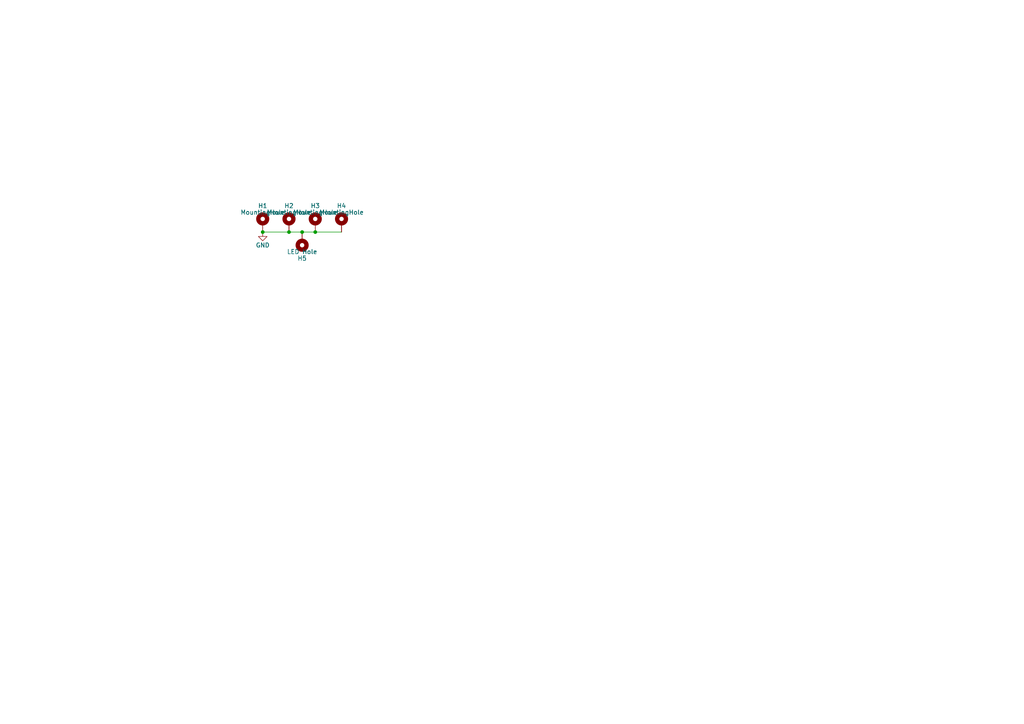
<source format=kicad_sch>
(kicad_sch (version 20250114) (generator "eeschema") (generator_version "9.0")
  (paper "A4")
  (lib_symbols
    (symbol "Mechanical:MountingHole_Pad" (pin_numbers (hide yes)) (pin_names (offset 1.016) (hide yes)) (in_bom no)
      (property "Reference" "H" (at 0 6.35 0))
      (property "Value" "MountingHole_Pad" (at 0 4.445 0))
      (symbol "MountingHole_Pad_0_1"
        (circle (center 0 1.27) (radius 1.27) (stroke (width 1.27)))
      )
      (symbol "MountingHole_Pad_1_1"
        (pin input line (at 0 -2.54 90) (length 2.54) (name "1") (number "1"))
      )
    )
    (symbol "power:GND" (power) (pin_numbers (hide yes)) (pin_names (offset 0) (hide yes))
      (property "Value" "GND" (at 0 -3.81 0))
      (symbol "GND_0_1"
        (polyline (pts (xy 0 0) (xy 0 -1.27) (xy 1.27 -1.27) (xy 0 -2.54) (xy -1.27 -1.27) (xy 0 -1.27)))
      )
      (symbol "GND_1_1"
        (pin power_in line (at 0 0 270) (length 0) (name "~") (number "1"))
      )
    )
  )
  (junction (at 83.82 67.31))
  (junction (at 87.63 67.31))
  (junction (at 76.2 67.31))
  (junction (at 91.44 67.31))
  (wire (pts (xy 87.63 67.31) (xy 91.44 67.31)))
  (wire (pts (xy 76.2 67.31) (xy 83.82 67.31)))
  (wire (pts (xy 91.44 67.31) (xy 99.06 67.31)))
  (wire (pts (xy 83.82 67.31) (xy 87.63 67.31)))
  (symbol (lib_id "Mechanical:MountingHole_Pad") (at 91.44 64.77 0) (unit 1) (in_bom no)
    (property "Reference" "H3" (at 91.44 59.69 0))
    (property "Value" "MountingHole" (at 91.44 61.595 0))
    (property "Footprint" "MountingHole:MountingHole_2.2mm_M2_DIN965_Pad" (effects (hide yes)))
    (property "Description" "Mounting Hole with connection" (effects (hide yes)))
  )
  (symbol (lib_id "power:GND") (at 76.2 67.31 0) (unit 1)
    (property "Reference" "#PWR01" (effects (hide yes)))
    (property "Value" "GND" (at 76.2 71.12 0))
    (property "Description" "Power symbol creates a global label with name \"GND\" , ground" (effects (hide yes)))
  )
  (symbol (lib_id "Mechanical:MountingHole_Pad") (at 87.63 69.85 180) (unit 1) (in_bom no)
    (property "Reference" "H5" (at 87.63 74.93 0))
    (property "Value" "LED Hole" (at 87.63 73.025 0))
    (property "Footprint" "Parts:LED_Hole" (effects (hide yes)))
    (property "Description" "Mounting Hole with connection" (effects (hide yes)))
  )
  (symbol (lib_id "Mechanical:MountingHole_Pad") (at 83.82 64.77 0) (unit 1) (in_bom no)
    (property "Reference" "H2" (at 83.82 59.69 0))
    (property "Value" "MountingHole" (at 83.82 61.595 0))
    (property "Footprint" "MountingHole:MountingHole_2.2mm_M2_DIN965_Pad" (effects (hide yes)))
    (property "Description" "Mounting Hole with connection" (effects (hide yes)))
  )
  (symbol (lib_id "Mechanical:MountingHole_Pad") (at 99.06 64.77 0) (unit 1) (in_bom no)
    (property "Reference" "H4" (at 99.06 59.69 0))
    (property "Value" "MountingHole" (at 99.06 61.595 0))
    (property "Footprint" "MountingHole:MountingHole_2.2mm_M2_DIN965_Pad" (effects (hide yes)))
    (property "Description" "Mounting Hole with connection" (effects (hide yes)))
  )
  (symbol (lib_id "Mechanical:MountingHole_Pad") (at 76.2 64.77 0) (unit 1) (in_bom no)
    (property "Reference" "H1" (at 76.2 59.69 0))
    (property "Value" "MountingHole" (at 76.2 61.595 0))
    (property "Footprint" "MountingHole:MountingHole_2.2mm_M2_DIN965_Pad" (effects (hide yes)))
    (property "Description" "Mounting Hole with connection" (effects (hide yes)))
  )
)
</source>
